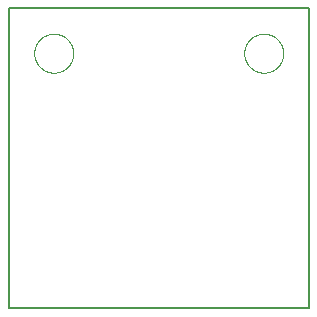
<source format=gko>
G75*
%MOIN*%
%OFA0B0*%
%FSLAX25Y25*%
%IPPOS*%
%LPD*%
%AMOC8*
5,1,8,0,0,1.08239X$1,22.5*
%
%ADD10C,0.00800*%
%ADD11C,0.00000*%
D10*
X0163333Y0291400D02*
X0263333Y0291400D01*
X0263333Y0391400D01*
X0163333Y0391400D01*
X0163333Y0291400D01*
D11*
X0171833Y0376400D02*
X0171835Y0376561D01*
X0171841Y0376721D01*
X0171851Y0376882D01*
X0171865Y0377042D01*
X0171883Y0377202D01*
X0171904Y0377361D01*
X0171930Y0377520D01*
X0171960Y0377678D01*
X0171993Y0377835D01*
X0172031Y0377992D01*
X0172072Y0378147D01*
X0172117Y0378301D01*
X0172166Y0378454D01*
X0172219Y0378606D01*
X0172275Y0378757D01*
X0172336Y0378906D01*
X0172399Y0379054D01*
X0172467Y0379200D01*
X0172538Y0379344D01*
X0172612Y0379486D01*
X0172690Y0379627D01*
X0172772Y0379765D01*
X0172857Y0379902D01*
X0172945Y0380036D01*
X0173037Y0380168D01*
X0173132Y0380298D01*
X0173230Y0380426D01*
X0173331Y0380551D01*
X0173435Y0380673D01*
X0173542Y0380793D01*
X0173652Y0380910D01*
X0173765Y0381025D01*
X0173881Y0381136D01*
X0174000Y0381245D01*
X0174121Y0381350D01*
X0174245Y0381453D01*
X0174371Y0381553D01*
X0174499Y0381649D01*
X0174630Y0381742D01*
X0174764Y0381832D01*
X0174899Y0381919D01*
X0175037Y0382002D01*
X0175176Y0382082D01*
X0175318Y0382158D01*
X0175461Y0382231D01*
X0175606Y0382300D01*
X0175753Y0382366D01*
X0175901Y0382428D01*
X0176051Y0382486D01*
X0176202Y0382541D01*
X0176355Y0382592D01*
X0176509Y0382639D01*
X0176664Y0382682D01*
X0176820Y0382721D01*
X0176976Y0382757D01*
X0177134Y0382788D01*
X0177292Y0382816D01*
X0177451Y0382840D01*
X0177611Y0382860D01*
X0177771Y0382876D01*
X0177931Y0382888D01*
X0178092Y0382896D01*
X0178253Y0382900D01*
X0178413Y0382900D01*
X0178574Y0382896D01*
X0178735Y0382888D01*
X0178895Y0382876D01*
X0179055Y0382860D01*
X0179215Y0382840D01*
X0179374Y0382816D01*
X0179532Y0382788D01*
X0179690Y0382757D01*
X0179846Y0382721D01*
X0180002Y0382682D01*
X0180157Y0382639D01*
X0180311Y0382592D01*
X0180464Y0382541D01*
X0180615Y0382486D01*
X0180765Y0382428D01*
X0180913Y0382366D01*
X0181060Y0382300D01*
X0181205Y0382231D01*
X0181348Y0382158D01*
X0181490Y0382082D01*
X0181629Y0382002D01*
X0181767Y0381919D01*
X0181902Y0381832D01*
X0182036Y0381742D01*
X0182167Y0381649D01*
X0182295Y0381553D01*
X0182421Y0381453D01*
X0182545Y0381350D01*
X0182666Y0381245D01*
X0182785Y0381136D01*
X0182901Y0381025D01*
X0183014Y0380910D01*
X0183124Y0380793D01*
X0183231Y0380673D01*
X0183335Y0380551D01*
X0183436Y0380426D01*
X0183534Y0380298D01*
X0183629Y0380168D01*
X0183721Y0380036D01*
X0183809Y0379902D01*
X0183894Y0379765D01*
X0183976Y0379627D01*
X0184054Y0379486D01*
X0184128Y0379344D01*
X0184199Y0379200D01*
X0184267Y0379054D01*
X0184330Y0378906D01*
X0184391Y0378757D01*
X0184447Y0378606D01*
X0184500Y0378454D01*
X0184549Y0378301D01*
X0184594Y0378147D01*
X0184635Y0377992D01*
X0184673Y0377835D01*
X0184706Y0377678D01*
X0184736Y0377520D01*
X0184762Y0377361D01*
X0184783Y0377202D01*
X0184801Y0377042D01*
X0184815Y0376882D01*
X0184825Y0376721D01*
X0184831Y0376561D01*
X0184833Y0376400D01*
X0184831Y0376239D01*
X0184825Y0376079D01*
X0184815Y0375918D01*
X0184801Y0375758D01*
X0184783Y0375598D01*
X0184762Y0375439D01*
X0184736Y0375280D01*
X0184706Y0375122D01*
X0184673Y0374965D01*
X0184635Y0374808D01*
X0184594Y0374653D01*
X0184549Y0374499D01*
X0184500Y0374346D01*
X0184447Y0374194D01*
X0184391Y0374043D01*
X0184330Y0373894D01*
X0184267Y0373746D01*
X0184199Y0373600D01*
X0184128Y0373456D01*
X0184054Y0373314D01*
X0183976Y0373173D01*
X0183894Y0373035D01*
X0183809Y0372898D01*
X0183721Y0372764D01*
X0183629Y0372632D01*
X0183534Y0372502D01*
X0183436Y0372374D01*
X0183335Y0372249D01*
X0183231Y0372127D01*
X0183124Y0372007D01*
X0183014Y0371890D01*
X0182901Y0371775D01*
X0182785Y0371664D01*
X0182666Y0371555D01*
X0182545Y0371450D01*
X0182421Y0371347D01*
X0182295Y0371247D01*
X0182167Y0371151D01*
X0182036Y0371058D01*
X0181902Y0370968D01*
X0181767Y0370881D01*
X0181629Y0370798D01*
X0181490Y0370718D01*
X0181348Y0370642D01*
X0181205Y0370569D01*
X0181060Y0370500D01*
X0180913Y0370434D01*
X0180765Y0370372D01*
X0180615Y0370314D01*
X0180464Y0370259D01*
X0180311Y0370208D01*
X0180157Y0370161D01*
X0180002Y0370118D01*
X0179846Y0370079D01*
X0179690Y0370043D01*
X0179532Y0370012D01*
X0179374Y0369984D01*
X0179215Y0369960D01*
X0179055Y0369940D01*
X0178895Y0369924D01*
X0178735Y0369912D01*
X0178574Y0369904D01*
X0178413Y0369900D01*
X0178253Y0369900D01*
X0178092Y0369904D01*
X0177931Y0369912D01*
X0177771Y0369924D01*
X0177611Y0369940D01*
X0177451Y0369960D01*
X0177292Y0369984D01*
X0177134Y0370012D01*
X0176976Y0370043D01*
X0176820Y0370079D01*
X0176664Y0370118D01*
X0176509Y0370161D01*
X0176355Y0370208D01*
X0176202Y0370259D01*
X0176051Y0370314D01*
X0175901Y0370372D01*
X0175753Y0370434D01*
X0175606Y0370500D01*
X0175461Y0370569D01*
X0175318Y0370642D01*
X0175176Y0370718D01*
X0175037Y0370798D01*
X0174899Y0370881D01*
X0174764Y0370968D01*
X0174630Y0371058D01*
X0174499Y0371151D01*
X0174371Y0371247D01*
X0174245Y0371347D01*
X0174121Y0371450D01*
X0174000Y0371555D01*
X0173881Y0371664D01*
X0173765Y0371775D01*
X0173652Y0371890D01*
X0173542Y0372007D01*
X0173435Y0372127D01*
X0173331Y0372249D01*
X0173230Y0372374D01*
X0173132Y0372502D01*
X0173037Y0372632D01*
X0172945Y0372764D01*
X0172857Y0372898D01*
X0172772Y0373035D01*
X0172690Y0373173D01*
X0172612Y0373314D01*
X0172538Y0373456D01*
X0172467Y0373600D01*
X0172399Y0373746D01*
X0172336Y0373894D01*
X0172275Y0374043D01*
X0172219Y0374194D01*
X0172166Y0374346D01*
X0172117Y0374499D01*
X0172072Y0374653D01*
X0172031Y0374808D01*
X0171993Y0374965D01*
X0171960Y0375122D01*
X0171930Y0375280D01*
X0171904Y0375439D01*
X0171883Y0375598D01*
X0171865Y0375758D01*
X0171851Y0375918D01*
X0171841Y0376079D01*
X0171835Y0376239D01*
X0171833Y0376400D01*
X0241833Y0376400D02*
X0241835Y0376561D01*
X0241841Y0376721D01*
X0241851Y0376882D01*
X0241865Y0377042D01*
X0241883Y0377202D01*
X0241904Y0377361D01*
X0241930Y0377520D01*
X0241960Y0377678D01*
X0241993Y0377835D01*
X0242031Y0377992D01*
X0242072Y0378147D01*
X0242117Y0378301D01*
X0242166Y0378454D01*
X0242219Y0378606D01*
X0242275Y0378757D01*
X0242336Y0378906D01*
X0242399Y0379054D01*
X0242467Y0379200D01*
X0242538Y0379344D01*
X0242612Y0379486D01*
X0242690Y0379627D01*
X0242772Y0379765D01*
X0242857Y0379902D01*
X0242945Y0380036D01*
X0243037Y0380168D01*
X0243132Y0380298D01*
X0243230Y0380426D01*
X0243331Y0380551D01*
X0243435Y0380673D01*
X0243542Y0380793D01*
X0243652Y0380910D01*
X0243765Y0381025D01*
X0243881Y0381136D01*
X0244000Y0381245D01*
X0244121Y0381350D01*
X0244245Y0381453D01*
X0244371Y0381553D01*
X0244499Y0381649D01*
X0244630Y0381742D01*
X0244764Y0381832D01*
X0244899Y0381919D01*
X0245037Y0382002D01*
X0245176Y0382082D01*
X0245318Y0382158D01*
X0245461Y0382231D01*
X0245606Y0382300D01*
X0245753Y0382366D01*
X0245901Y0382428D01*
X0246051Y0382486D01*
X0246202Y0382541D01*
X0246355Y0382592D01*
X0246509Y0382639D01*
X0246664Y0382682D01*
X0246820Y0382721D01*
X0246976Y0382757D01*
X0247134Y0382788D01*
X0247292Y0382816D01*
X0247451Y0382840D01*
X0247611Y0382860D01*
X0247771Y0382876D01*
X0247931Y0382888D01*
X0248092Y0382896D01*
X0248253Y0382900D01*
X0248413Y0382900D01*
X0248574Y0382896D01*
X0248735Y0382888D01*
X0248895Y0382876D01*
X0249055Y0382860D01*
X0249215Y0382840D01*
X0249374Y0382816D01*
X0249532Y0382788D01*
X0249690Y0382757D01*
X0249846Y0382721D01*
X0250002Y0382682D01*
X0250157Y0382639D01*
X0250311Y0382592D01*
X0250464Y0382541D01*
X0250615Y0382486D01*
X0250765Y0382428D01*
X0250913Y0382366D01*
X0251060Y0382300D01*
X0251205Y0382231D01*
X0251348Y0382158D01*
X0251490Y0382082D01*
X0251629Y0382002D01*
X0251767Y0381919D01*
X0251902Y0381832D01*
X0252036Y0381742D01*
X0252167Y0381649D01*
X0252295Y0381553D01*
X0252421Y0381453D01*
X0252545Y0381350D01*
X0252666Y0381245D01*
X0252785Y0381136D01*
X0252901Y0381025D01*
X0253014Y0380910D01*
X0253124Y0380793D01*
X0253231Y0380673D01*
X0253335Y0380551D01*
X0253436Y0380426D01*
X0253534Y0380298D01*
X0253629Y0380168D01*
X0253721Y0380036D01*
X0253809Y0379902D01*
X0253894Y0379765D01*
X0253976Y0379627D01*
X0254054Y0379486D01*
X0254128Y0379344D01*
X0254199Y0379200D01*
X0254267Y0379054D01*
X0254330Y0378906D01*
X0254391Y0378757D01*
X0254447Y0378606D01*
X0254500Y0378454D01*
X0254549Y0378301D01*
X0254594Y0378147D01*
X0254635Y0377992D01*
X0254673Y0377835D01*
X0254706Y0377678D01*
X0254736Y0377520D01*
X0254762Y0377361D01*
X0254783Y0377202D01*
X0254801Y0377042D01*
X0254815Y0376882D01*
X0254825Y0376721D01*
X0254831Y0376561D01*
X0254833Y0376400D01*
X0254831Y0376239D01*
X0254825Y0376079D01*
X0254815Y0375918D01*
X0254801Y0375758D01*
X0254783Y0375598D01*
X0254762Y0375439D01*
X0254736Y0375280D01*
X0254706Y0375122D01*
X0254673Y0374965D01*
X0254635Y0374808D01*
X0254594Y0374653D01*
X0254549Y0374499D01*
X0254500Y0374346D01*
X0254447Y0374194D01*
X0254391Y0374043D01*
X0254330Y0373894D01*
X0254267Y0373746D01*
X0254199Y0373600D01*
X0254128Y0373456D01*
X0254054Y0373314D01*
X0253976Y0373173D01*
X0253894Y0373035D01*
X0253809Y0372898D01*
X0253721Y0372764D01*
X0253629Y0372632D01*
X0253534Y0372502D01*
X0253436Y0372374D01*
X0253335Y0372249D01*
X0253231Y0372127D01*
X0253124Y0372007D01*
X0253014Y0371890D01*
X0252901Y0371775D01*
X0252785Y0371664D01*
X0252666Y0371555D01*
X0252545Y0371450D01*
X0252421Y0371347D01*
X0252295Y0371247D01*
X0252167Y0371151D01*
X0252036Y0371058D01*
X0251902Y0370968D01*
X0251767Y0370881D01*
X0251629Y0370798D01*
X0251490Y0370718D01*
X0251348Y0370642D01*
X0251205Y0370569D01*
X0251060Y0370500D01*
X0250913Y0370434D01*
X0250765Y0370372D01*
X0250615Y0370314D01*
X0250464Y0370259D01*
X0250311Y0370208D01*
X0250157Y0370161D01*
X0250002Y0370118D01*
X0249846Y0370079D01*
X0249690Y0370043D01*
X0249532Y0370012D01*
X0249374Y0369984D01*
X0249215Y0369960D01*
X0249055Y0369940D01*
X0248895Y0369924D01*
X0248735Y0369912D01*
X0248574Y0369904D01*
X0248413Y0369900D01*
X0248253Y0369900D01*
X0248092Y0369904D01*
X0247931Y0369912D01*
X0247771Y0369924D01*
X0247611Y0369940D01*
X0247451Y0369960D01*
X0247292Y0369984D01*
X0247134Y0370012D01*
X0246976Y0370043D01*
X0246820Y0370079D01*
X0246664Y0370118D01*
X0246509Y0370161D01*
X0246355Y0370208D01*
X0246202Y0370259D01*
X0246051Y0370314D01*
X0245901Y0370372D01*
X0245753Y0370434D01*
X0245606Y0370500D01*
X0245461Y0370569D01*
X0245318Y0370642D01*
X0245176Y0370718D01*
X0245037Y0370798D01*
X0244899Y0370881D01*
X0244764Y0370968D01*
X0244630Y0371058D01*
X0244499Y0371151D01*
X0244371Y0371247D01*
X0244245Y0371347D01*
X0244121Y0371450D01*
X0244000Y0371555D01*
X0243881Y0371664D01*
X0243765Y0371775D01*
X0243652Y0371890D01*
X0243542Y0372007D01*
X0243435Y0372127D01*
X0243331Y0372249D01*
X0243230Y0372374D01*
X0243132Y0372502D01*
X0243037Y0372632D01*
X0242945Y0372764D01*
X0242857Y0372898D01*
X0242772Y0373035D01*
X0242690Y0373173D01*
X0242612Y0373314D01*
X0242538Y0373456D01*
X0242467Y0373600D01*
X0242399Y0373746D01*
X0242336Y0373894D01*
X0242275Y0374043D01*
X0242219Y0374194D01*
X0242166Y0374346D01*
X0242117Y0374499D01*
X0242072Y0374653D01*
X0242031Y0374808D01*
X0241993Y0374965D01*
X0241960Y0375122D01*
X0241930Y0375280D01*
X0241904Y0375439D01*
X0241883Y0375598D01*
X0241865Y0375758D01*
X0241851Y0375918D01*
X0241841Y0376079D01*
X0241835Y0376239D01*
X0241833Y0376400D01*
M02*

</source>
